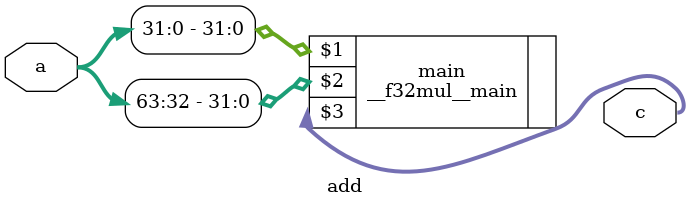
<source format=v>
`include "f32mul.opt.v"

module main(input wire [31:0] a, input wire [31:0] b, output wire [31:0] c);
   add add_0({ a, b }, c);
endmodule // main

(* private *)
module add(input wire [63:0] a, output wire [31:0] c);
   __f32mul__main main(a[31:0], a[63:32], c);
endmodule // add

</source>
